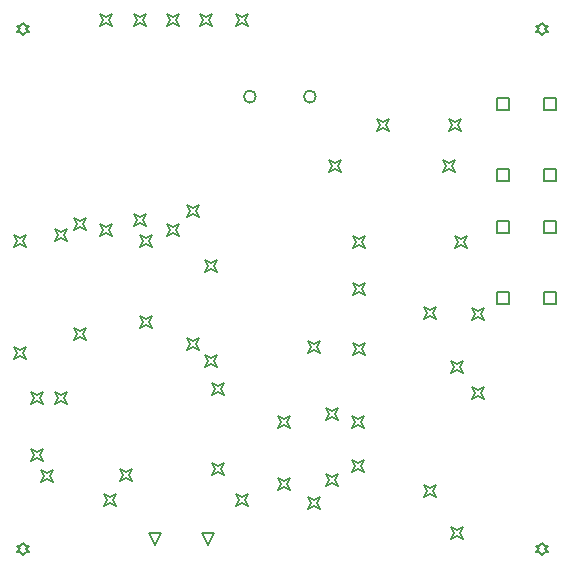
<source format=gbr>
%TF.GenerationSoftware,Altium Limited,Altium Designer,21.2.1 (34)*%
G04 Layer_Color=2752767*
%FSLAX25Y25*%
%MOIN*%
%TF.SameCoordinates,9F7D5B0E-9DD4-4BF0-BF89-A6B7BC673C6C*%
%TF.FilePolarity,Positive*%
%TF.FileFunction,Drawing*%
%TF.Part,Single*%
G01*
G75*
%TA.AperFunction,NonConductor*%
%ADD76C,0.00500*%
%ADD77C,0.00667*%
D76*
X185500Y117000D02*
Y121000D01*
X189500D01*
Y117000D01*
X185500D01*
X169752D02*
Y121000D01*
X173752D01*
Y117000D01*
X169752D01*
Y93378D02*
Y97378D01*
X173752D01*
Y93378D01*
X169752D01*
X185500D02*
Y97378D01*
X189500D01*
Y93378D01*
X185500D01*
Y158000D02*
Y162000D01*
X189500D01*
Y158000D01*
X185500D01*
X169752D02*
Y162000D01*
X173752D01*
Y158000D01*
X169752D01*
Y134378D02*
Y138378D01*
X173752D01*
Y134378D01*
X169752D01*
X185500D02*
Y138378D01*
X189500D01*
Y134378D01*
X185500D01*
X73716Y13000D02*
X71716Y17000D01*
X75717D01*
X73716Y13000D01*
X56000D02*
X54000Y17000D01*
X58000D01*
X56000Y13000D01*
X11811Y183039D02*
X12811Y184039D01*
X13811D01*
X12811Y185039D01*
X13811Y186039D01*
X12811D01*
X11811Y187039D01*
X10811Y186039D01*
X9811D01*
X10811Y185039D01*
X9811Y184039D01*
X10811D01*
X11811Y183039D01*
X185039D02*
X186039Y184039D01*
X187039D01*
X186039Y185039D01*
X187039Y186039D01*
X186039D01*
X185039Y187039D01*
X184039Y186039D01*
X183039D01*
X184039Y185039D01*
X183039Y184039D01*
X184039D01*
X185039Y183039D01*
Y9811D02*
X186039Y10811D01*
X187039D01*
X186039Y11811D01*
X187039Y12811D01*
X186039D01*
X185039Y13811D01*
X184039Y12811D01*
X183039D01*
X184039Y11811D01*
X183039Y10811D01*
X184039D01*
X185039Y9811D01*
X11811D02*
X12811Y10811D01*
X13811D01*
X12811Y11811D01*
X13811Y12811D01*
X12811D01*
X11811Y13811D01*
X10811Y12811D01*
X9811D01*
X10811Y11811D01*
X9811Y10811D01*
X10811D01*
X11811Y9811D01*
X130000Y151000D02*
X131000Y153000D01*
X130000Y155000D01*
X132000Y154000D01*
X134000Y155000D01*
X133000Y153000D01*
X134000Y151000D01*
X132000Y152000D01*
X130000Y151000D01*
X161500Y61839D02*
X162500Y63839D01*
X161500Y65839D01*
X163500Y64839D01*
X165500Y65839D01*
X164500Y63839D01*
X165500Y61839D01*
X163500Y62839D01*
X161500Y61839D01*
Y88000D02*
X162500Y90000D01*
X161500Y92000D01*
X163500Y91000D01*
X165500Y92000D01*
X164500Y90000D01*
X165500Y88000D01*
X163500Y89000D01*
X161500Y88000D01*
X154000Y151000D02*
X155000Y153000D01*
X154000Y155000D01*
X156000Y154000D01*
X158000Y155000D01*
X157000Y153000D01*
X158000Y151000D01*
X156000Y152000D01*
X154000Y151000D01*
X121500Y52000D02*
X122500Y54000D01*
X121500Y56000D01*
X123500Y55000D01*
X125500Y56000D01*
X124500Y54000D01*
X125500Y52000D01*
X123500Y53000D01*
X121500Y52000D01*
Y37500D02*
X122500Y39500D01*
X121500Y41500D01*
X123500Y40500D01*
X125500Y41500D01*
X124500Y39500D01*
X125500Y37500D01*
X123500Y38500D01*
X121500Y37500D01*
X97000Y31500D02*
X98000Y33500D01*
X97000Y35500D01*
X99000Y34500D01*
X101000Y35500D01*
X100000Y33500D01*
X101000Y31500D01*
X99000Y32500D01*
X97000Y31500D01*
Y52000D02*
X98000Y54000D01*
X97000Y56000D01*
X99000Y55000D01*
X101000Y56000D01*
X100000Y54000D01*
X101000Y52000D01*
X99000Y53000D01*
X97000Y52000D01*
X28993Y81494D02*
X29994Y83494D01*
X28993Y85493D01*
X30994Y84493D01*
X32994Y85493D01*
X31993Y83494D01*
X32994Y81494D01*
X30994Y82494D01*
X28993Y81494D01*
X29000Y117946D02*
X30000Y119946D01*
X29000Y121946D01*
X31000Y120946D01*
X33000Y121946D01*
X32000Y119946D01*
X33000Y117946D01*
X31000Y118946D01*
X29000Y117946D01*
X22500Y114500D02*
X23500Y116500D01*
X22500Y118500D01*
X24500Y117500D01*
X26500Y118500D01*
X25500Y116500D01*
X26500Y114500D01*
X24500Y115500D01*
X22500Y114500D01*
Y60000D02*
X23500Y62000D01*
X22500Y64000D01*
X24500Y63000D01*
X26500Y64000D01*
X25500Y62000D01*
X26500Y60000D01*
X24500Y61000D01*
X22500Y60000D01*
X71000Y186000D02*
X72000Y188000D01*
X71000Y190000D01*
X73000Y189000D01*
X75000Y190000D01*
X74000Y188000D01*
X75000Y186000D01*
X73000Y187000D01*
X71000Y186000D01*
X122000Y112000D02*
X123000Y114000D01*
X122000Y116000D01*
X124000Y115000D01*
X126000Y116000D01*
X125000Y114000D01*
X126000Y112000D01*
X124000Y113000D01*
X122000Y112000D01*
X156000D02*
X157000Y114000D01*
X156000Y116000D01*
X158000Y115000D01*
X160000Y116000D01*
X159000Y114000D01*
X160000Y112000D01*
X158000Y113000D01*
X156000Y112000D01*
X39000Y26000D02*
X40000Y28000D01*
X39000Y30000D01*
X41000Y29000D01*
X43000Y30000D01*
X42000Y28000D01*
X43000Y26000D01*
X41000Y27000D01*
X39000Y26000D01*
X83000D02*
X84000Y28000D01*
X83000Y30000D01*
X85000Y29000D01*
X87000Y30000D01*
X86000Y28000D01*
X87000Y26000D01*
X85000Y27000D01*
X83000Y26000D01*
X18000Y34000D02*
X19000Y36000D01*
X18000Y38000D01*
X20000Y37000D01*
X22000Y38000D01*
X21000Y36000D01*
X22000Y34000D01*
X20000Y35000D01*
X18000Y34000D01*
X44331Y34219D02*
X45331Y36219D01*
X44331Y38219D01*
X46331Y37219D01*
X48331Y38219D01*
X47331Y36219D01*
X48331Y34219D01*
X46331Y35219D01*
X44331Y34219D01*
X14500Y41000D02*
X15500Y43000D01*
X14500Y45000D01*
X16500Y44000D01*
X18500Y45000D01*
X17500Y43000D01*
X18500Y41000D01*
X16500Y42000D01*
X14500Y41000D01*
Y60000D02*
X15500Y62000D01*
X14500Y64000D01*
X16500Y63000D01*
X18500Y64000D01*
X17500Y62000D01*
X18500Y60000D01*
X16500Y61000D01*
X14500Y60000D01*
X154500Y15000D02*
X155500Y17000D01*
X154500Y19000D01*
X156500Y18000D01*
X158500Y19000D01*
X157500Y17000D01*
X158500Y15000D01*
X156500Y16000D01*
X154500Y15000D01*
Y70500D02*
X155500Y72500D01*
X154500Y74500D01*
X156500Y73500D01*
X158500Y74500D01*
X157500Y72500D01*
X158500Y70500D01*
X156500Y71500D01*
X154500Y70500D01*
X83000Y186000D02*
X84000Y188000D01*
X83000Y190000D01*
X85000Y189000D01*
X87000Y190000D01*
X86000Y188000D01*
X87000Y186000D01*
X85000Y187000D01*
X83000Y186000D01*
X107000Y77000D02*
X108000Y79000D01*
X107000Y81000D01*
X109000Y80000D01*
X111000Y81000D01*
X110000Y79000D01*
X111000Y77000D01*
X109000Y78000D01*
X107000Y77000D01*
X114000Y137500D02*
X115000Y139500D01*
X114000Y141500D01*
X116000Y140500D01*
X118000Y141500D01*
X117000Y139500D01*
X118000Y137500D01*
X116000Y138500D01*
X114000Y137500D01*
X113000Y32669D02*
X114000Y34669D01*
X113000Y36669D01*
X115000Y35669D01*
X117000Y36669D01*
X116000Y34669D01*
X117000Y32669D01*
X115000Y33669D01*
X113000Y32669D01*
Y54861D02*
X114000Y56861D01*
X113000Y58861D01*
X115000Y57861D01*
X117000Y58861D01*
X116000Y56861D01*
X117000Y54861D01*
X115000Y55861D01*
X113000Y54861D01*
X107000Y25000D02*
X108000Y27000D01*
X107000Y29000D01*
X109000Y28000D01*
X111000Y29000D01*
X110000Y27000D01*
X111000Y25000D01*
X109000Y26000D01*
X107000Y25000D01*
X122000Y76500D02*
X123000Y78500D01*
X122000Y80500D01*
X124000Y79500D01*
X126000Y80500D01*
X125000Y78500D01*
X126000Y76500D01*
X124000Y77500D01*
X122000Y76500D01*
X75000Y36500D02*
X76000Y38500D01*
X75000Y40500D01*
X77000Y39500D01*
X79000Y40500D01*
X78000Y38500D01*
X79000Y36500D01*
X77000Y37500D01*
X75000Y36500D01*
Y63000D02*
X76000Y65000D01*
X75000Y67000D01*
X77000Y66000D01*
X79000Y67000D01*
X78000Y65000D01*
X79000Y63000D01*
X77000Y64000D01*
X75000Y63000D01*
X49000Y186000D02*
X50000Y188000D01*
X49000Y190000D01*
X51000Y189000D01*
X53000Y190000D01*
X52000Y188000D01*
X53000Y186000D01*
X51000Y187000D01*
X49000Y186000D01*
Y119500D02*
X50000Y121500D01*
X49000Y123500D01*
X51000Y122500D01*
X53000Y123500D01*
X52000Y121500D01*
X53000Y119500D01*
X51000Y120500D01*
X49000Y119500D01*
X51000Y112500D02*
X52000Y114500D01*
X51000Y116500D01*
X53000Y115500D01*
X55000Y116500D01*
X54000Y114500D01*
X55000Y112500D01*
X53000Y113500D01*
X51000Y112500D01*
X66500Y122500D02*
X67500Y124500D01*
X66500Y126500D01*
X68500Y125500D01*
X70500Y126500D01*
X69500Y124500D01*
X70500Y122500D01*
X68500Y123500D01*
X66500Y122500D01*
Y78000D02*
X67500Y80000D01*
X66500Y82000D01*
X68500Y81000D01*
X70500Y82000D01*
X69500Y80000D01*
X70500Y78000D01*
X68500Y79000D01*
X66500Y78000D01*
X60000Y186000D02*
X61000Y188000D01*
X60000Y190000D01*
X62000Y189000D01*
X64000Y190000D01*
X63000Y188000D01*
X64000Y186000D01*
X62000Y187000D01*
X60000Y186000D01*
Y116000D02*
X61000Y118000D01*
X60000Y120000D01*
X62000Y119000D01*
X64000Y120000D01*
X63000Y118000D01*
X64000Y116000D01*
X62000Y117000D01*
X60000Y116000D01*
X37500Y186000D02*
X38500Y188000D01*
X37500Y190000D01*
X39500Y189000D01*
X41500Y190000D01*
X40500Y188000D01*
X41500Y186000D01*
X39500Y187000D01*
X37500Y186000D01*
Y116000D02*
X38500Y118000D01*
X37500Y120000D01*
X39500Y119000D01*
X41500Y120000D01*
X40500Y118000D01*
X41500Y116000D01*
X39500Y117000D01*
X37500Y116000D01*
X72500Y104000D02*
X73500Y106000D01*
X72500Y108000D01*
X74500Y107000D01*
X76500Y108000D01*
X75500Y106000D01*
X76500Y104000D01*
X74500Y105000D01*
X72500Y104000D01*
Y72500D02*
X73500Y74500D01*
X72500Y76500D01*
X74500Y75500D01*
X76500Y76500D01*
X75500Y74500D01*
X76500Y72500D01*
X74500Y73500D01*
X72500Y72500D01*
X50985Y85444D02*
X51985Y87444D01*
X50985Y89444D01*
X52985Y88444D01*
X54985Y89444D01*
X53985Y87444D01*
X54985Y85444D01*
X52985Y86444D01*
X50985Y85444D01*
X145500Y29000D02*
X146500Y31000D01*
X145500Y33000D01*
X147500Y32000D01*
X149500Y33000D01*
X148500Y31000D01*
X149500Y29000D01*
X147500Y30000D01*
X145500Y29000D01*
Y88500D02*
X146500Y90500D01*
X145500Y92500D01*
X147500Y91500D01*
X149500Y92500D01*
X148500Y90500D01*
X149500Y88500D01*
X147500Y89500D01*
X145500Y88500D01*
X152000Y137500D02*
X153000Y139500D01*
X152000Y141500D01*
X154000Y140500D01*
X156000Y141500D01*
X155000Y139500D01*
X156000Y137500D01*
X154000Y138500D01*
X152000Y137500D01*
X9031Y75031D02*
X10031Y77031D01*
X9031Y79031D01*
X11031Y78031D01*
X13031Y79031D01*
X12031Y77031D01*
X13031Y75031D01*
X11031Y76031D01*
X9031Y75031D01*
X9000Y112500D02*
X10000Y114500D01*
X9000Y116500D01*
X11000Y115500D01*
X13000Y116500D01*
X12000Y114500D01*
X13000Y112500D01*
X11000Y113500D01*
X9000Y112500D01*
X122000Y96500D02*
X123000Y98500D01*
X122000Y100500D01*
X124000Y99500D01*
X126000Y100500D01*
X125000Y98500D01*
X126000Y96500D01*
X124000Y97500D01*
X122000Y96500D01*
D77*
X109500Y162500D02*
G03*
X109500Y162500I-2000J0D01*
G01*
X89500D02*
G03*
X89500Y162500I-2000J0D01*
G01*
%TF.MD5,4e1951e6605f7eeb4a1f8d8fc51bccde*%
M02*

</source>
